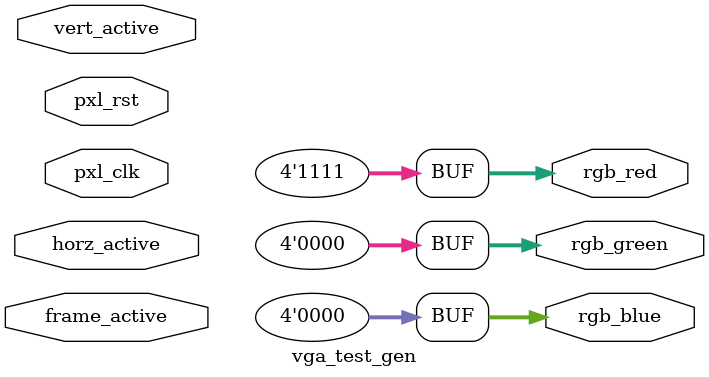
<source format=v>
module vga_test_gen //#(
//)
(
  input   wire          pxl_clk,
  input   wire          pxl_rst,

  input   wire          horz_active,
  input   wire          vert_active,
  input   wire          frame_active,

  output  wire  [3:0]   rgb_red,
  output  wire  [3:0]   rgb_green,
  output  wire  [3:0]   rgb_blue
);

  assign  rgb_red   = 4'hF;
  assign  rgb_green = 4'h0;
  assign  rgb_blue  = 4'h0;

endmodule


</source>
